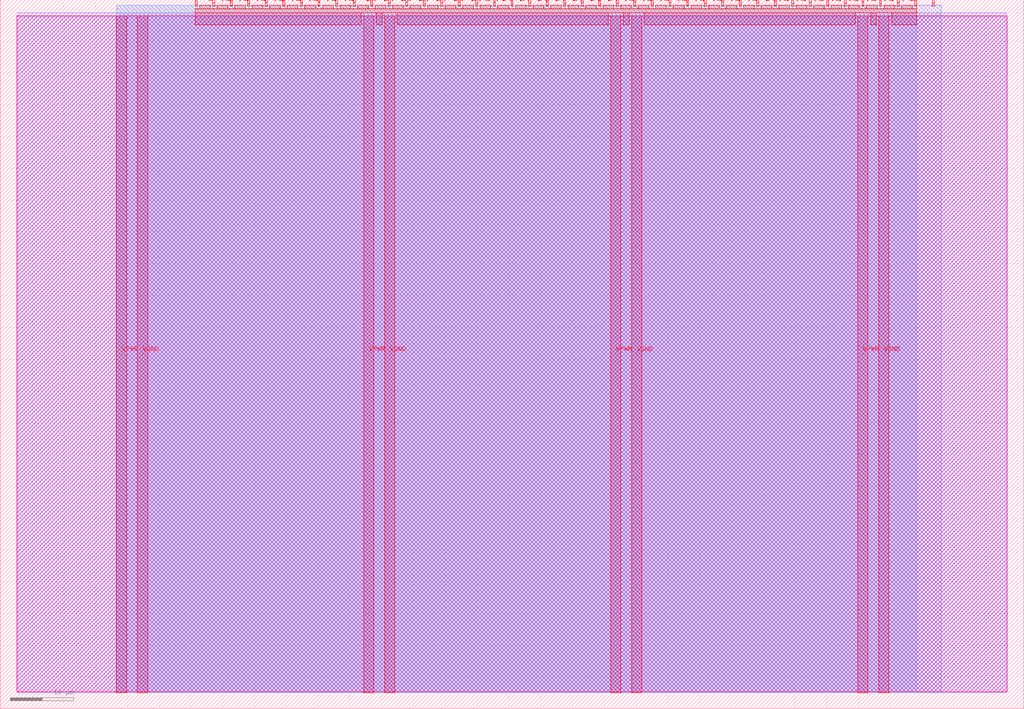
<source format=lef>
VERSION 5.7 ;
  NOWIREEXTENSIONATPIN ON ;
  DIVIDERCHAR "/" ;
  BUSBITCHARS "[]" ;
MACRO tt_um_wokwi_411783629732984833
  CLASS BLOCK ;
  FOREIGN tt_um_wokwi_411783629732984833 ;
  ORIGIN 0.000 0.000 ;
  SIZE 161.000 BY 111.520 ;
  PIN VGND
    DIRECTION INOUT ;
    USE GROUND ;
    PORT
      LAYER met4 ;
        RECT 21.580 2.480 23.180 109.040 ;
    END
    PORT
      LAYER met4 ;
        RECT 60.450 2.480 62.050 109.040 ;
    END
    PORT
      LAYER met4 ;
        RECT 99.320 2.480 100.920 109.040 ;
    END
    PORT
      LAYER met4 ;
        RECT 138.190 2.480 139.790 109.040 ;
    END
  END VGND
  PIN VPWR
    DIRECTION INOUT ;
    USE POWER ;
    PORT
      LAYER met4 ;
        RECT 18.280 2.480 19.880 109.040 ;
    END
    PORT
      LAYER met4 ;
        RECT 57.150 2.480 58.750 109.040 ;
    END
    PORT
      LAYER met4 ;
        RECT 96.020 2.480 97.620 109.040 ;
    END
    PORT
      LAYER met4 ;
        RECT 134.890 2.480 136.490 109.040 ;
    END
  END VPWR
  PIN clk
    DIRECTION INPUT ;
    USE SIGNAL ;
    ANTENNAGATEAREA 0.159000 ;
    PORT
      LAYER met4 ;
        RECT 143.830 110.520 144.130 111.520 ;
    END
  END clk
  PIN ena
    DIRECTION INPUT ;
    USE SIGNAL ;
    PORT
      LAYER met4 ;
        RECT 146.590 110.520 146.890 111.520 ;
    END
  END ena
  PIN rst_n
    DIRECTION INPUT ;
    USE SIGNAL ;
    PORT
      LAYER met4 ;
        RECT 141.070 110.520 141.370 111.520 ;
    END
  END rst_n
  PIN ui_in[0]
    DIRECTION INPUT ;
    USE SIGNAL ;
    PORT
      LAYER met4 ;
        RECT 138.310 110.520 138.610 111.520 ;
    END
  END ui_in[0]
  PIN ui_in[1]
    DIRECTION INPUT ;
    USE SIGNAL ;
    PORT
      LAYER met4 ;
        RECT 135.550 110.520 135.850 111.520 ;
    END
  END ui_in[1]
  PIN ui_in[2]
    DIRECTION INPUT ;
    USE SIGNAL ;
    PORT
      LAYER met4 ;
        RECT 132.790 110.520 133.090 111.520 ;
    END
  END ui_in[2]
  PIN ui_in[3]
    DIRECTION INPUT ;
    USE SIGNAL ;
    PORT
      LAYER met4 ;
        RECT 130.030 110.520 130.330 111.520 ;
    END
  END ui_in[3]
  PIN ui_in[4]
    DIRECTION INPUT ;
    USE SIGNAL ;
    PORT
      LAYER met4 ;
        RECT 127.270 110.520 127.570 111.520 ;
    END
  END ui_in[4]
  PIN ui_in[5]
    DIRECTION INPUT ;
    USE SIGNAL ;
    PORT
      LAYER met4 ;
        RECT 124.510 110.520 124.810 111.520 ;
    END
  END ui_in[5]
  PIN ui_in[6]
    DIRECTION INPUT ;
    USE SIGNAL ;
    PORT
      LAYER met4 ;
        RECT 121.750 110.520 122.050 111.520 ;
    END
  END ui_in[6]
  PIN ui_in[7]
    DIRECTION INPUT ;
    USE SIGNAL ;
    PORT
      LAYER met4 ;
        RECT 118.990 110.520 119.290 111.520 ;
    END
  END ui_in[7]
  PIN uio_in[0]
    DIRECTION INPUT ;
    USE SIGNAL ;
    ANTENNAGATEAREA 0.196500 ;
    PORT
      LAYER met4 ;
        RECT 116.230 110.520 116.530 111.520 ;
    END
  END uio_in[0]
  PIN uio_in[1]
    DIRECTION INPUT ;
    USE SIGNAL ;
    ANTENNAGATEAREA 0.196500 ;
    PORT
      LAYER met4 ;
        RECT 113.470 110.520 113.770 111.520 ;
    END
  END uio_in[1]
  PIN uio_in[2]
    DIRECTION INPUT ;
    USE SIGNAL ;
    ANTENNAGATEAREA 0.196500 ;
    PORT
      LAYER met4 ;
        RECT 110.710 110.520 111.010 111.520 ;
    END
  END uio_in[2]
  PIN uio_in[3]
    DIRECTION INPUT ;
    USE SIGNAL ;
    ANTENNAGATEAREA 0.196500 ;
    PORT
      LAYER met4 ;
        RECT 107.950 110.520 108.250 111.520 ;
    END
  END uio_in[3]
  PIN uio_in[4]
    DIRECTION INPUT ;
    USE SIGNAL ;
    ANTENNAGATEAREA 0.636000 ;
    PORT
      LAYER met4 ;
        RECT 105.190 110.520 105.490 111.520 ;
    END
  END uio_in[4]
  PIN uio_in[5]
    DIRECTION INPUT ;
    USE SIGNAL ;
    PORT
      LAYER met4 ;
        RECT 102.430 110.520 102.730 111.520 ;
    END
  END uio_in[5]
  PIN uio_in[6]
    DIRECTION INPUT ;
    USE SIGNAL ;
    PORT
      LAYER met4 ;
        RECT 99.670 110.520 99.970 111.520 ;
    END
  END uio_in[6]
  PIN uio_in[7]
    DIRECTION INPUT ;
    USE SIGNAL ;
    PORT
      LAYER met4 ;
        RECT 96.910 110.520 97.210 111.520 ;
    END
  END uio_in[7]
  PIN uio_oe[0]
    DIRECTION OUTPUT ;
    USE SIGNAL ;
    PORT
      LAYER met4 ;
        RECT 49.990 110.520 50.290 111.520 ;
    END
  END uio_oe[0]
  PIN uio_oe[1]
    DIRECTION OUTPUT ;
    USE SIGNAL ;
    PORT
      LAYER met4 ;
        RECT 47.230 110.520 47.530 111.520 ;
    END
  END uio_oe[1]
  PIN uio_oe[2]
    DIRECTION OUTPUT ;
    USE SIGNAL ;
    PORT
      LAYER met4 ;
        RECT 44.470 110.520 44.770 111.520 ;
    END
  END uio_oe[2]
  PIN uio_oe[3]
    DIRECTION OUTPUT ;
    USE SIGNAL ;
    PORT
      LAYER met4 ;
        RECT 41.710 110.520 42.010 111.520 ;
    END
  END uio_oe[3]
  PIN uio_oe[4]
    DIRECTION OUTPUT ;
    USE SIGNAL ;
    PORT
      LAYER met4 ;
        RECT 38.950 110.520 39.250 111.520 ;
    END
  END uio_oe[4]
  PIN uio_oe[5]
    DIRECTION OUTPUT ;
    USE SIGNAL ;
    PORT
      LAYER met4 ;
        RECT 36.190 110.520 36.490 111.520 ;
    END
  END uio_oe[5]
  PIN uio_oe[6]
    DIRECTION OUTPUT ;
    USE SIGNAL ;
    PORT
      LAYER met4 ;
        RECT 33.430 110.520 33.730 111.520 ;
    END
  END uio_oe[6]
  PIN uio_oe[7]
    DIRECTION OUTPUT ;
    USE SIGNAL ;
    PORT
      LAYER met4 ;
        RECT 30.670 110.520 30.970 111.520 ;
    END
  END uio_oe[7]
  PIN uio_out[0]
    DIRECTION OUTPUT ;
    USE SIGNAL ;
    ANTENNADIFFAREA 0.445500 ;
    PORT
      LAYER met4 ;
        RECT 72.070 110.520 72.370 111.520 ;
    END
  END uio_out[0]
  PIN uio_out[1]
    DIRECTION OUTPUT ;
    USE SIGNAL ;
    ANTENNADIFFAREA 0.445500 ;
    PORT
      LAYER met4 ;
        RECT 69.310 110.520 69.610 111.520 ;
    END
  END uio_out[1]
  PIN uio_out[2]
    DIRECTION OUTPUT ;
    USE SIGNAL ;
    ANTENNADIFFAREA 0.445500 ;
    PORT
      LAYER met4 ;
        RECT 66.550 110.520 66.850 111.520 ;
    END
  END uio_out[2]
  PIN uio_out[3]
    DIRECTION OUTPUT ;
    USE SIGNAL ;
    ANTENNADIFFAREA 0.445500 ;
    PORT
      LAYER met4 ;
        RECT 63.790 110.520 64.090 111.520 ;
    END
  END uio_out[3]
  PIN uio_out[4]
    DIRECTION OUTPUT ;
    USE SIGNAL ;
    ANTENNADIFFAREA 0.445500 ;
    PORT
      LAYER met4 ;
        RECT 61.030 110.520 61.330 111.520 ;
    END
  END uio_out[4]
  PIN uio_out[5]
    DIRECTION OUTPUT ;
    USE SIGNAL ;
    ANTENNADIFFAREA 0.445500 ;
    PORT
      LAYER met4 ;
        RECT 58.270 110.520 58.570 111.520 ;
    END
  END uio_out[5]
  PIN uio_out[6]
    DIRECTION OUTPUT ;
    USE SIGNAL ;
    ANTENNADIFFAREA 0.445500 ;
    PORT
      LAYER met4 ;
        RECT 55.510 110.520 55.810 111.520 ;
    END
  END uio_out[6]
  PIN uio_out[7]
    DIRECTION OUTPUT ;
    USE SIGNAL ;
    ANTENNADIFFAREA 0.445500 ;
    PORT
      LAYER met4 ;
        RECT 52.750 110.520 53.050 111.520 ;
    END
  END uio_out[7]
  PIN uo_out[0]
    DIRECTION OUTPUT ;
    USE SIGNAL ;
    ANTENNADIFFAREA 0.795200 ;
    PORT
      LAYER met4 ;
        RECT 94.150 110.520 94.450 111.520 ;
    END
  END uo_out[0]
  PIN uo_out[1]
    DIRECTION OUTPUT ;
    USE SIGNAL ;
    ANTENNADIFFAREA 0.445500 ;
    PORT
      LAYER met4 ;
        RECT 91.390 110.520 91.690 111.520 ;
    END
  END uo_out[1]
  PIN uo_out[2]
    DIRECTION OUTPUT ;
    USE SIGNAL ;
    ANTENNADIFFAREA 0.445500 ;
    PORT
      LAYER met4 ;
        RECT 88.630 110.520 88.930 111.520 ;
    END
  END uo_out[2]
  PIN uo_out[3]
    DIRECTION OUTPUT ;
    USE SIGNAL ;
    ANTENNADIFFAREA 0.445500 ;
    PORT
      LAYER met4 ;
        RECT 85.870 110.520 86.170 111.520 ;
    END
  END uo_out[3]
  PIN uo_out[4]
    DIRECTION OUTPUT ;
    USE SIGNAL ;
    ANTENNADIFFAREA 0.445500 ;
    PORT
      LAYER met4 ;
        RECT 83.110 110.520 83.410 111.520 ;
    END
  END uo_out[4]
  PIN uo_out[5]
    DIRECTION OUTPUT ;
    USE SIGNAL ;
    ANTENNADIFFAREA 0.445500 ;
    PORT
      LAYER met4 ;
        RECT 80.350 110.520 80.650 111.520 ;
    END
  END uo_out[5]
  PIN uo_out[6]
    DIRECTION OUTPUT ;
    USE SIGNAL ;
    ANTENNADIFFAREA 0.445500 ;
    PORT
      LAYER met4 ;
        RECT 77.590 110.520 77.890 111.520 ;
    END
  END uo_out[6]
  PIN uo_out[7]
    DIRECTION OUTPUT ;
    USE SIGNAL ;
    ANTENNADIFFAREA 0.445500 ;
    PORT
      LAYER met4 ;
        RECT 74.830 110.520 75.130 111.520 ;
    END
  END uo_out[7]
  OBS
      LAYER nwell ;
        RECT 2.570 2.635 158.430 108.990 ;
      LAYER li1 ;
        RECT 2.760 2.635 158.240 108.885 ;
      LAYER met1 ;
        RECT 2.760 2.480 158.240 109.440 ;
      LAYER met2 ;
        RECT 18.310 2.535 148.020 110.685 ;
      LAYER met3 ;
        RECT 18.290 2.555 144.170 110.665 ;
      LAYER met4 ;
        RECT 31.370 110.120 33.030 110.665 ;
        RECT 34.130 110.120 35.790 110.665 ;
        RECT 36.890 110.120 38.550 110.665 ;
        RECT 39.650 110.120 41.310 110.665 ;
        RECT 42.410 110.120 44.070 110.665 ;
        RECT 45.170 110.120 46.830 110.665 ;
        RECT 47.930 110.120 49.590 110.665 ;
        RECT 50.690 110.120 52.350 110.665 ;
        RECT 53.450 110.120 55.110 110.665 ;
        RECT 56.210 110.120 57.870 110.665 ;
        RECT 58.970 110.120 60.630 110.665 ;
        RECT 61.730 110.120 63.390 110.665 ;
        RECT 64.490 110.120 66.150 110.665 ;
        RECT 67.250 110.120 68.910 110.665 ;
        RECT 70.010 110.120 71.670 110.665 ;
        RECT 72.770 110.120 74.430 110.665 ;
        RECT 75.530 110.120 77.190 110.665 ;
        RECT 78.290 110.120 79.950 110.665 ;
        RECT 81.050 110.120 82.710 110.665 ;
        RECT 83.810 110.120 85.470 110.665 ;
        RECT 86.570 110.120 88.230 110.665 ;
        RECT 89.330 110.120 90.990 110.665 ;
        RECT 92.090 110.120 93.750 110.665 ;
        RECT 94.850 110.120 96.510 110.665 ;
        RECT 97.610 110.120 99.270 110.665 ;
        RECT 100.370 110.120 102.030 110.665 ;
        RECT 103.130 110.120 104.790 110.665 ;
        RECT 105.890 110.120 107.550 110.665 ;
        RECT 108.650 110.120 110.310 110.665 ;
        RECT 111.410 110.120 113.070 110.665 ;
        RECT 114.170 110.120 115.830 110.665 ;
        RECT 116.930 110.120 118.590 110.665 ;
        RECT 119.690 110.120 121.350 110.665 ;
        RECT 122.450 110.120 124.110 110.665 ;
        RECT 125.210 110.120 126.870 110.665 ;
        RECT 127.970 110.120 129.630 110.665 ;
        RECT 130.730 110.120 132.390 110.665 ;
        RECT 133.490 110.120 135.150 110.665 ;
        RECT 136.250 110.120 137.910 110.665 ;
        RECT 139.010 110.120 140.670 110.665 ;
        RECT 141.770 110.120 143.430 110.665 ;
        RECT 30.655 109.440 144.145 110.120 ;
        RECT 30.655 107.615 56.750 109.440 ;
        RECT 59.150 107.615 60.050 109.440 ;
        RECT 62.450 107.615 95.620 109.440 ;
        RECT 98.020 107.615 98.920 109.440 ;
        RECT 101.320 107.615 134.490 109.440 ;
        RECT 136.890 107.615 137.790 109.440 ;
        RECT 140.190 107.615 144.145 109.440 ;
  END
END tt_um_wokwi_411783629732984833
END LIBRARY


</source>
